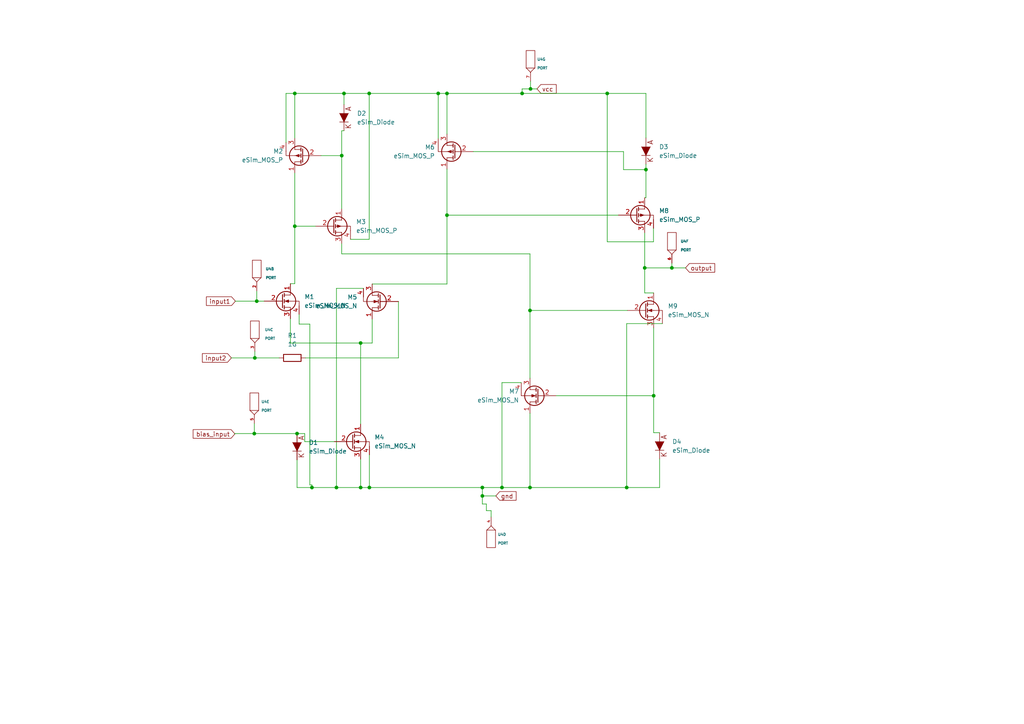
<source format=kicad_sch>
(kicad_sch (version 20211123) (generator eeschema)
  (paper "A4")
  (lib_symbols
    (symbol "eSim_Devices:eSim_Diode" (pin_numbers hide) (pin_names (offset 1.016) hide)
      (property "Reference" "D" (at 0 2.54 0))
      (property "Value" "eSim_Diode" (at 0 -2.54 0))
      (symbol "eSim_Diode_0_0"
        (text "A" (at -2.54 1.27 0) (effects (font (size 1.524 1.524))))
        (text "K" (at 2.54 1.27 0) (effects (font (size 1.524 1.524))))
      )
      (symbol "eSim_Diode_0_1"
        (polyline (pts (xy 1.27 1.27) (xy 1.27 -1.27)) (stroke (width 0.1524)))
        (polyline (pts (xy -1.27 1.27) (xy 1.27 0) (xy -1.27 -1.27)) (fill (type outline)))
      )
      (symbol "eSim_Diode_1_1"
        (pin passive line (at -3.81 0 0) (length 2.54) (name "A") (number "1"))
        (pin passive line (at 3.81 0 180) (length 2.54) (name "K") (number "2"))
      )
    )
    (symbol "eSim_Devices:eSim_MOS_N" (pin_names (offset 0) hide)
      (property "Reference" "M" (at 0 -3.81 0))
      (property "Value" "eSim_MOS_N" (at 2.54 -1.27 0))
      (symbol "eSim_MOS_N_0_1"
        (polyline (pts (xy 3.302 -7.366) (xy 3.302 -6.35)) (stroke (width 0.254)))
        (polyline (pts (xy 3.302 -6.858) (xy 5.08 -6.858)))
        (polyline (pts (xy 3.302 -5.588) (xy 3.302 -4.572)) (stroke (width 0.254)))
        (polyline (pts (xy 3.302 -5.08) (xy 5.08 -5.08)))
        (polyline (pts (xy 3.302 -3.81) (xy 3.302 -2.794)) (stroke (width 0.254)))
        (polyline (pts (xy 3.302 -3.302) (xy 5.08 -3.302)))
        (polyline (pts (xy 5.08 -7.62) (xy 5.08 -6.858)))
        (polyline (pts (xy 5.08 -3.302) (xy 5.08 -2.54)))
        (polyline (pts (xy 2.794 -6.985) (xy 2.794 -3.175) (xy 2.794 -3.175)) (stroke (width 0.254)))
        (polyline (pts (xy 5.08 -5.08) (xy 7.62 -5.08) (xy 7.62 -6.35)))
        (polyline (pts (xy 3.556 -5.08) (xy 4.572 -5.461) (xy 4.572 -4.699) (xy 3.556 -5.08)) (fill (type outline)))
        (circle (center 3.81 -5.08) (radius 2.8194) (stroke (width 0.254)))
      )
      (symbol "eSim_MOS_N_1_1"
        (pin passive line (at 5.08 0 270) (length 2.54) (name "D") (number "1"))
        (pin passive line (at -2.54 -5.08 0) (length 5.334) (name "G") (number "2"))
        (pin passive line (at 5.08 -10.16 90) (length 2.54) (name "S") (number "3"))
        (pin passive line (at 7.62 -8.89 90) (length 2.4892) (name "B") (number "4"))
      )
    )
    (symbol "eSim_Devices:eSim_MOS_P" (pin_names (offset 0) hide)
      (property "Reference" "M" (at -1.27 1.27 0))
      (property "Value" "eSim_MOS_P" (at 1.27 3.81 0))
      (symbol "eSim_MOS_P_0_1"
        (polyline (pts (xy 2.032 -1.778) (xy 3.81 -1.778)))
        (polyline (pts (xy 2.032 -1.27) (xy 2.032 -2.286)) (stroke (width 0.254)))
        (polyline (pts (xy 2.032 0) (xy 3.81 0)))
        (polyline (pts (xy 2.032 0.508) (xy 2.032 -0.508)) (stroke (width 0.254)))
        (polyline (pts (xy 2.032 1.778) (xy 3.81 1.778)))
        (polyline (pts (xy 2.032 2.286) (xy 2.032 1.27)) (stroke (width 0.254)))
        (polyline (pts (xy 3.81 -1.778) (xy 3.81 -2.54)))
        (polyline (pts (xy 3.81 2.54) (xy 3.81 1.778)))
        (polyline (pts (xy 1.524 1.905) (xy 1.524 -1.905) (xy 1.524 -1.905)) (stroke (width 0.254)))
        (polyline (pts (xy 3.81 0) (xy 6.35 0) (xy 6.35 -1.27)))
        (polyline (pts (xy 3.556 0) (xy 2.54 -0.381) (xy 2.54 0.381) (xy 3.556 0)) (fill (type outline)))
        (circle (center 2.54 0) (radius 2.8194) (stroke (width 0.254)))
      )
      (symbol "eSim_MOS_P_1_1"
        (pin passive line (at 3.81 5.08 270) (length 2.54) (name "D") (number "1"))
        (pin passive line (at -3.81 0 0) (length 5.334) (name "G") (number "2"))
        (pin passive line (at 3.81 -5.08 90) (length 2.54) (name "S") (number "3"))
        (pin passive line (at 6.35 -3.81 90) (length 2.54) (name "B") (number "4"))
      )
    )
    (symbol "eSim_Devices:resistor" (pin_numbers hide) (pin_names (offset 0))
      (property "Reference" "R" (at 1.27 3.302 0))
      (property "Value" "resistor" (at 1.27 -1.27 0))
      (symbol "resistor_0_1"
        (rectangle (start 3.81 0.254) (end -1.27 2.286) (stroke (width 0.254)))
      )
      (symbol "resistor_1_1"
        (pin passive line (at -2.54 1.27 0) (length 1.27) (name "~") (number "1"))
        (pin passive line (at 5.08 1.27 180) (length 1.27) (name "~") (number "2"))
      )
    )
    (symbol "eSim_Miscellaneous:PORT" (pin_names (offset 1.016))
      (property "Reference" "U" (at 1.27 2.54 0))
      (property "Value" "PORT" (at 0 0 0))
      (symbol "PORT_0_1"
        (rectangle (start -2.54 1.27) (end 2.54 -1.27))
        (arc (start 2.54 1.27) (mid 3.1355 0.5955) (end 3.81 0))
        (arc (start 3.81 0) (mid 3.1447 -0.6046) (end 2.54 -1.27))
      )
      (symbol "PORT_1_1"
        (pin bidirectional line (at 6.35 0 180) (length 2.54) (name "~") (number "1"))
      )
      (symbol "PORT_2_1"
        (pin bidirectional line (at 6.35 0 180) (length 2.54) (name "~") (number "2"))
      )
      (symbol "PORT_3_1"
        (pin bidirectional line (at 6.35 0 180) (length 2.54) (name "~") (number "3"))
      )
      (symbol "PORT_4_1"
        (pin bidirectional line (at 6.35 0 180) (length 2.54) (name "~") (number "4"))
      )
      (symbol "PORT_5_1"
        (pin bidirectional line (at 6.35 0 180) (length 2.54) (name "~") (number "5"))
      )
      (symbol "PORT_6_1"
        (pin bidirectional line (at 6.35 0 180) (length 2.54) (name "~") (number "6"))
      )
      (symbol "PORT_7_1"
        (pin bidirectional line (at 6.35 0 180) (length 2.54) (name "~") (number "7"))
      )
      (symbol "PORT_8_1"
        (pin bidirectional line (at 6.35 0 180) (length 2.54) (name "~") (number "8"))
      )
      (symbol "PORT_9_1"
        (pin bidirectional line (at 6.35 0 180) (length 2.54) (name "~") (number "9"))
      )
      (symbol "PORT_10_1"
        (pin bidirectional line (at 6.35 0 180) (length 2.54) (name "~") (number "10"))
      )
      (symbol "PORT_11_1"
        (pin bidirectional line (at 6.35 0 180) (length 2.54) (name "~") (number "11"))
      )
      (symbol "PORT_12_1"
        (pin bidirectional line (at 6.35 0 180) (length 2.54) (name "~") (number "12"))
      )
      (symbol "PORT_13_1"
        (pin bidirectional line (at 6.35 0 180) (length 2.54) (name "~") (number "13"))
      )
      (symbol "PORT_14_1"
        (pin bidirectional line (at 6.35 0 180) (length 2.54) (name "~") (number "14"))
      )
      (symbol "PORT_15_1"
        (pin bidirectional line (at 6.35 0 180) (length 2.54) (name "~") (number "15"))
      )
      (symbol "PORT_16_1"
        (pin bidirectional line (at 6.35 0 180) (length 2.54) (name "~") (number "16"))
      )
      (symbol "PORT_17_1"
        (pin bidirectional line (at 6.35 0 180) (length 2.54) (name "~") (number "17"))
      )
      (symbol "PORT_18_1"
        (pin bidirectional line (at 6.35 0 180) (length 2.54) (name "~") (number "18"))
      )
      (symbol "PORT_19_1"
        (pin bidirectional line (at 6.35 0 180) (length 2.54) (name "~") (number "19"))
      )
      (symbol "PORT_20_1"
        (pin bidirectional line (at 6.35 0 180) (length 2.54) (name "~") (number "20"))
      )
      (symbol "PORT_21_1"
        (pin bidirectional line (at 6.35 0 180) (length 2.54) (name "~") (number "21"))
      )
      (symbol "PORT_22_1"
        (pin bidirectional line (at 6.35 0 180) (length 2.54) (name "~") (number "22"))
      )
      (symbol "PORT_23_1"
        (pin bidirectional line (at 6.35 0 180) (length 2.54) (name "~") (number "23"))
      )
      (symbol "PORT_24_1"
        (pin bidirectional line (at 6.35 0 180) (length 2.54) (name "~") (number "24"))
      )
      (symbol "PORT_25_1"
        (pin bidirectional line (at 6.35 0 180) (length 2.54) (name "~") (number "25"))
      )
      (symbol "PORT_26_1"
        (pin bidirectional line (at 6.35 0 180) (length 2.54) (name "~") (number "26"))
      )
    )
  )
  (junction (at 85.4964 27.1018))
  (junction (at 85.4964 65.6082))
  (junction (at 153.8732 25.781))
  (junction (at 86.1568 125.7554))
  (junction (at 151.4348 27.1018))
  (junction (at 189.5856 114.7826))
  (junction (at 99.7712 27.1018))
  (junction (at 139.9032 141.4018))
  (junction (at 186.9948 77.6986))
  (junction (at 90.4748 141.4018))
  (junction (at 153.7208 90.043))
  (junction (at 153.7208 141.4018))
  (junction (at 129.6416 27.1018))
  (junction (at 107.1372 141.4018))
  (junction (at 181.7624 141.4018))
  (junction (at 73.914 103.8098))
  (junction (at 139.9032 143.8402))
  (junction (at 97.5868 141.4018))
  (junction (at 194.8688 77.6986))
  (junction (at 145.5928 141.4018))
  (junction (at 74.4728 87.3506))
  (junction (at 187.3504 49.1998))
  (junction (at 127.1016 27.1018))
  (junction (at 99.1108 45.1358))
  (junction (at 73.7616 125.7554))
  (junction (at 104.5972 141.4018))
  (junction (at 129.6416 62.4078))
  (junction (at 176.1236 27.1018))
  (junction (at 107.0864 27.1018))
  (junction (at 104.5972 99.4918))
  (wire (pts (xy 189.5856 114.7826) (xy 189.5856 125.5014)))
  (wire (pts (xy 151.4348 27.1018) (xy 176.1236 27.1018)))
  (wire (pts (xy 99.1108 70.6882) (xy 99.1108 73.6346)))
  (wire (pts (xy 145.5928 141.4018) (xy 153.7208 141.4018)))
  (wire (pts (xy 107.0864 27.1018) (xy 127.1016 27.1018)))
  (wire (pts (xy 97.5868 141.4018) (xy 104.5972 141.4018)))
  (wire (pts (xy 73.7616 125.7554) (xy 86.1568 125.7554)))
  (wire (pts (xy 96.9772 128.0922) (xy 88.392 128.0922)))
  (wire (pts (xy 127.1016 27.1018) (xy 127.1016 40.1574)))
  (wire (pts (xy 99.1108 73.6346) (xy 153.7208 73.6346)))
  (wire (pts (xy 107.0864 69.4182) (xy 107.0864 27.1018)))
  (wire (pts (xy 187.3504 47.625) (xy 187.3504 49.1998)))
  (wire (pts (xy 137.2616 43.9674) (xy 180.848 43.9674)))
  (wire (pts (xy 99.7712 27.1018) (xy 107.0864 27.1018)))
  (wire (pts (xy 99.1108 60.5282) (xy 99.1108 45.1358)))
  (wire (pts (xy 88.5952 103.8098) (xy 115.57 103.8098)))
  (wire (pts (xy 73.914 103.8098) (xy 80.9752 103.8098)))
  (wire (pts (xy 161.3408 114.7826) (xy 189.5856 114.7826)))
  (wire (pts (xy 139.9032 143.8402) (xy 139.9032 146.177)))
  (wire (pts (xy 151.1808 110.9726) (xy 145.5928 110.9726)))
  (wire (pts (xy 104.5972 141.4018) (xy 107.1372 141.4018)))
  (wire (pts (xy 176.1236 27.1018) (xy 187.3504 27.1018)))
  (wire (pts (xy 129.6416 27.1018) (xy 129.6416 38.8874)))
  (wire (pts (xy 67.1068 103.8098) (xy 73.914 103.8098)))
  (wire (pts (xy 85.4964 27.1018) (xy 99.7712 27.1018)))
  (wire (pts (xy 93.1164 45.1358) (xy 99.1108 45.1358)))
  (wire (pts (xy 139.9032 143.8402) (xy 143.8148 143.8402)))
  (wire (pts (xy 180.848 49.1998) (xy 187.3504 49.1998)))
  (wire (pts (xy 141.0716 146.177) (xy 139.9032 146.177)))
  (wire (pts (xy 104.5972 99.4918) (xy 107.95 99.4918)))
  (wire (pts (xy 142.4432 149.9362) (xy 142.4432 148.1074)))
  (wire (pts (xy 84.2264 92.4306) (xy 84.2264 99.4918)))
  (wire (pts (xy 153.7208 141.4018) (xy 181.7624 141.4018)))
  (wire (pts (xy 176.1236 70.1294) (xy 176.1236 27.1018)))
  (wire (pts (xy 99.1108 45.1358) (xy 99.1108 37.9222)))
  (wire (pts (xy 186.9948 77.6986) (xy 194.8688 77.6986)))
  (wire (pts (xy 85.4964 82.2706) (xy 84.2264 82.2706)))
  (wire (pts (xy 86.7664 91.1606) (xy 86.7664 94.0054)))
  (wire (pts (xy 186.9948 77.6986) (xy 186.9948 84.963)))
  (wire (pts (xy 99.7712 27.1018) (xy 99.7712 30.3022)))
  (wire (pts (xy 88.392 125.7554) (xy 86.1568 125.7554)))
  (wire (pts (xy 115.57 87.4522) (xy 115.57 103.8098)))
  (wire (pts (xy 85.4964 65.6082) (xy 85.4964 82.2706)))
  (wire (pts (xy 89.8652 94.0054) (xy 89.8652 140.6398)))
  (wire (pts (xy 139.9032 141.4018) (xy 139.9032 143.8402)))
  (wire (pts (xy 104.5972 133.1722) (xy 104.5972 141.4018)))
  (wire (pts (xy 107.1372 131.9022) (xy 107.1372 141.4018)))
  (wire (pts (xy 68.1228 125.7554) (xy 73.7616 125.7554)))
  (wire (pts (xy 73.914 101.981) (xy 73.914 103.8098)))
  (wire (pts (xy 88.392 128.0922) (xy 88.392 125.7554)))
  (wire (pts (xy 153.7208 73.6346) (xy 153.7208 90.043)))
  (wire (pts (xy 99.1108 37.9222) (xy 99.7712 37.9222)))
  (wire (pts (xy 153.7208 90.043) (xy 153.7208 109.7026)))
  (wire (pts (xy 181.9656 90.043) (xy 153.7208 90.043)))
  (wire (pts (xy 129.6416 49.0474) (xy 129.6416 62.4078)))
  (wire (pts (xy 151.4348 25.781) (xy 153.8732 25.781)))
  (wire (pts (xy 82.9564 27.1018) (xy 85.4964 27.1018)))
  (wire (pts (xy 153.8732 25.781) (xy 155.7528 25.781)))
  (wire (pts (xy 187.3504 49.1998) (xy 187.3504 57.3278)))
  (wire (pts (xy 129.6416 27.1018) (xy 151.4348 27.1018)))
  (wire (pts (xy 189.5348 66.2178) (xy 189.5348 70.1294)))
  (wire (pts (xy 89.8652 140.6398) (xy 90.4748 140.6398)))
  (wire (pts (xy 74.4728 87.3506) (xy 76.6064 87.3506)))
  (wire (pts (xy 141.0716 148.1074) (xy 142.4432 148.1074)))
  (wire (pts (xy 105.41 83.6422) (xy 97.5868 83.6422)))
  (wire (pts (xy 127.1016 27.1018) (xy 129.6416 27.1018)))
  (wire (pts (xy 181.7624 93.853) (xy 181.7624 141.4018)))
  (wire (pts (xy 141.0716 148.1074) (xy 141.0716 146.177)))
  (wire (pts (xy 129.6416 62.4078) (xy 129.6416 82.3722)))
  (wire (pts (xy 85.4964 50.2158) (xy 85.4964 65.6082)))
  (wire (pts (xy 189.5856 95.123) (xy 189.5856 114.7826)))
  (wire (pts (xy 186.9948 84.963) (xy 189.5856 84.963)))
  (wire (pts (xy 74.4728 84.3534) (xy 74.4728 87.3506)))
  (wire (pts (xy 68.1228 125.7554) (xy 68.1228 125.857)))
  (wire (pts (xy 191.3128 133.1214) (xy 191.3128 141.4018)))
  (wire (pts (xy 180.848 43.9674) (xy 180.848 49.1998)))
  (wire (pts (xy 84.2264 99.4918) (xy 104.5972 99.4918)))
  (wire (pts (xy 187.3504 27.1018) (xy 187.3504 40.005)))
  (wire (pts (xy 129.6416 82.3722) (xy 107.95 82.3722)))
  (wire (pts (xy 97.5868 83.6422) (xy 97.5868 141.4018)))
  (wire (pts (xy 139.9032 141.4018) (xy 145.5928 141.4018)))
  (wire (pts (xy 104.5972 123.0122) (xy 104.5972 99.4918)))
  (wire (pts (xy 90.4748 140.6398) (xy 90.4748 141.4018)))
  (wire (pts (xy 85.4964 65.6082) (xy 91.4908 65.6082)))
  (wire (pts (xy 189.5348 70.1294) (xy 176.1236 70.1294)))
  (wire (pts (xy 107.95 92.5322) (xy 107.95 99.4918)))
  (wire (pts (xy 192.1256 93.853) (xy 181.7624 93.853)))
  (wire (pts (xy 68.2752 87.3506) (xy 74.4728 87.3506)))
  (wire (pts (xy 153.8732 23.5458) (xy 153.8732 25.781)))
  (wire (pts (xy 179.3748 62.4078) (xy 129.6416 62.4078)))
  (wire (pts (xy 86.1568 141.4018) (xy 90.4748 141.4018)))
  (wire (pts (xy 101.6508 69.4182) (xy 107.0864 69.4182)))
  (wire (pts (xy 187.3504 57.3278) (xy 186.9948 57.3278)))
  (wire (pts (xy 186.9948 67.4878) (xy 186.9948 77.6986)))
  (wire (pts (xy 86.7664 94.0054) (xy 89.8652 94.0054)))
  (wire (pts (xy 86.1568 133.3754) (xy 86.1568 141.4018)))
  (wire (pts (xy 198.8312 77.6986) (xy 194.8688 77.6986)))
  (wire (pts (xy 194.8688 76.327) (xy 194.8688 77.6986)))
  (wire (pts (xy 151.4348 25.781) (xy 151.4348 27.1018)))
  (wire (pts (xy 189.5856 125.5014) (xy 191.3128 125.5014)))
  (wire (pts (xy 73.7616 122.8598) (xy 73.7616 125.7554)))
  (wire (pts (xy 82.9564 41.3258) (xy 82.9564 27.1018)))
  (wire (pts (xy 181.7624 141.4018) (xy 191.3128 141.4018)))
  (wire (pts (xy 85.4964 27.1018) (xy 85.4964 40.0558)))
  (wire (pts (xy 90.4748 141.4018) (xy 97.5868 141.4018)))
  (wire (pts (xy 107.1372 141.4018) (xy 139.9032 141.4018)))
  (wire (pts (xy 145.5928 110.9726) (xy 145.5928 141.4018)))
  (wire (pts (xy 153.7208 119.8626) (xy 153.7208 141.4018)))
  (global_label "gnd" (shape input) (at 143.8148 143.8402 0) (property "Intersheet References" "${INTERSHEET_REFS}" (effects hide)))
  (global_label "output" (shape input) (at 198.8312 77.6986 0) (property "Intersheet References" "${INTERSHEET_REFS}" (effects hide)))
  (global_label "vcc" (shape input) (at 155.7528 25.781 0) (property "Intersheet References" "${INTERSHEET_REFS}" (effects hide)))
  (global_label "input2" (shape input) (at 67.1068 103.8098 180) (property "Intersheet References" "${INTERSHEET_REFS}" (effects hide)))
  (global_label "bias_input" (shape input) (at 68.1228 125.857 180) (property "Intersheet References" "${INTERSHEET_REFS}" (effects hide)))
  (global_label "input1" (shape input) (at 68.2752 87.3506 180) (property "Intersheet References" "${INTERSHEET_REFS}" (effects hide)))
  (symbol (lib_id "eSim_Miscellaneous:PORT") (at 142.4432 156.2862 90) (unit 4)
    (property "Reference" "U4" (at 144.3736 155.0162 90) (effects (font (size 0.762 0.762)) (justify right)))
    (property "Value" "PORT" (at 144.3736 157.5562 90) (effects (font (size 0.762 0.762)) (justify right)))
  )
  (symbol (lib_id "eSim_Devices:resistor") (at 83.5152 105.0798 0) (unit 1)
    (property "Reference" "R1" (at 84.7852 97.3074 0))
    (property "Value" "1G" (at 84.7852 99.8474 0))
  )
  (symbol (lib_id "eSim_Devices:eSim_MOS_N") (at 99.5172 123.0122 0) (unit 1)
    (property "Reference" "M4" (at 108.6104 126.8221 0) (effects (justify left)))
    (property "Value" "eSim_MOS_N" (at 108.6104 129.3621 0) (effects (justify left)))
  )
  (symbol (lib_id "eSim_Devices:eSim_MOS_P") (at 133.4516 43.9674 180) (unit 1)
    (property "Reference" "M6" (at 126.1364 42.6973 0) (effects (justify left)))
    (property "Value" "eSim_MOS_P" (at 126.1364 45.2373 0) (effects (justify left)))
  )
  (symbol (lib_id "eSim_Devices:eSim_MOS_P") (at 183.1848 62.4078 0) (unit 1)
    (property "Reference" "M8" (at 191.1604 61.1377 0) (effects (justify left)))
    (property "Value" "eSim_MOS_P" (at 191.1604 63.6777 0) (effects (justify left)))
  )
  (symbol (lib_id "eSim_Devices:eSim_MOS_P") (at 89.3064 45.1358 180) (unit 1)
    (property "Reference" "M2" (at 82.1436 43.8657 0) (effects (justify left)))
    (property "Value" "eSim_MOS_P" (at 82.1436 46.4057 0) (effects (justify left)))
  )
  (symbol (lib_id "eSim_Devices:eSim_MOS_N") (at 158.8008 119.8626 180) (unit 1)
    (property "Reference" "M7" (at 150.5204 113.5125 0) (effects (justify left)))
    (property "Value" "eSim_MOS_N" (at 150.5204 116.0525 0) (effects (justify left)))
  )
  (symbol (lib_id "eSim_Miscellaneous:PORT") (at 73.914 95.631 270) (unit 3)
    (property "Reference" "U4" (at 76.8096 95.631 90) (effects (font (size 0.762 0.762)) (justify left)))
    (property "Value" "PORT" (at 76.8096 98.171 90) (effects (font (size 0.762 0.762)) (justify left)))
  )
  (symbol (lib_id "eSim_Devices:eSim_Diode") (at 191.3128 129.3114 270) (unit 1)
    (property "Reference" "D4" (at 194.9704 128.0957 90) (effects (justify left)))
    (property "Value" "eSim_Diode" (at 194.9704 130.6357 90) (effects (justify left)))
  )
  (symbol (lib_id "eSim_Devices:eSim_Diode") (at 99.7712 34.1122 270) (unit 1)
    (property "Reference" "D2" (at 103.5304 32.8965 90) (effects (justify left)))
    (property "Value" "eSim_Diode" (at 103.5304 35.4365 90) (effects (justify left)))
  )
  (symbol (lib_id "eSim_Miscellaneous:PORT") (at 194.8688 69.977 270) (unit 6)
    (property "Reference" "U4" (at 197.4088 69.977 90) (effects (font (size 0.762 0.762)) (justify left)))
    (property "Value" "PORT" (at 197.4088 72.517 90) (effects (font (size 0.762 0.762)) (justify left)))
  )
  (symbol (lib_id "eSim_Devices:eSim_MOS_N") (at 79.1464 82.2706 0) (unit 1)
    (property "Reference" "M1" (at 88.2904 86.0805 0) (effects (justify left)))
    (property "Value" "eSim_MOS_N" (at 88.2904 88.6205 0) (effects (justify left)))
  )
  (symbol (lib_id "eSim_Devices:eSim_MOS_P") (at 95.3008 65.6082 0) (unit 1)
    (property "Reference" "M3" (at 103.2764 64.3381 0) (effects (justify left)))
    (property "Value" "eSim_MOS_P" (at 103.2764 66.8781 0) (effects (justify left)))
    (property "Spice_Primitive" "M" (effects hide))
    (property "Spice_Model" "eSim_MOS_P" (effects hide))
    (property "Spice_Netlist_Enabled" "Y" (effects hide))
  )
  (symbol (lib_id "eSim_Devices:eSim_MOS_N") (at 184.5056 84.963 0) (unit 1)
    (property "Reference" "M9" (at 193.7004 88.7729 0) (effects (justify left)))
    (property "Value" "eSim_MOS_N" (at 193.7004 91.3129 0) (effects (justify left)))
  )
  (symbol (lib_id "eSim_Miscellaneous:PORT") (at 153.8732 17.1958 270) (unit 7)
    (property "Reference" "U4" (at 155.8036 17.1958 90) (effects (font (size 0.762 0.762)) (justify left)))
    (property "Value" "PORT" (at 155.8036 19.7358 90) (effects (font (size 0.762 0.762)) (justify left)))
  )
  (symbol (lib_id "eSim_Miscellaneous:PORT") (at 73.7616 116.5098 270) (unit 5)
    (property "Reference" "U4" (at 75.7936 116.5098 90) (effects (font (size 0.762 0.762)) (justify left)))
    (property "Value" "PORT" (at 75.7936 119.0498 90) (effects (font (size 0.762 0.762)) (justify left)))
  )
  (symbol (lib_id "eSim_Devices:eSim_Diode") (at 86.1568 129.5654 270) (unit 1)
    (property "Reference" "D1" (at 89.5604 128.3497 90) (effects (justify left)))
    (property "Value" "eSim_Diode" (at 89.5604 130.8897 90) (effects (justify left)))
  )
  (symbol (lib_id "eSim_Devices:eSim_Diode") (at 187.3504 43.815 270) (unit 1)
    (property "Reference" "D3" (at 191.1604 42.5993 90) (effects (justify left)))
    (property "Value" "eSim_Diode" (at 191.1604 45.1393 90) (effects (justify left)))
  )
  (symbol (lib_id "eSim_Devices:eSim_MOS_N") (at 113.03 92.5322 180) (unit 1)
    (property "Reference" "M5" (at 103.632 86.1821 0) (effects (justify left)))
    (property "Value" "eSim_MOS_N" (at 103.632 88.7221 0) (effects (justify left)))
  )
  (symbol (lib_id "eSim_Miscellaneous:PORT") (at 74.4728 78.0034 270) (unit 2)
    (property "Reference" "U4" (at 77.0636 78.0034 90) (effects (font (size 0.762 0.762)) (justify left)))
    (property "Value" "PORT" (at 77.0636 80.5434 90) (effects (font (size 0.762 0.762)) (justify left)))
  )
)
</source>
